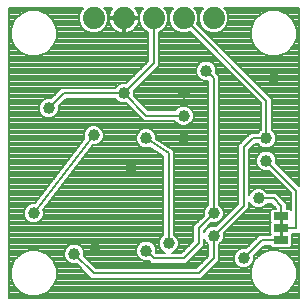
<source format=gbl>
G75*
%MOIN*%
%OFA0B0*%
%FSLAX25Y25*%
%IPPOS*%
%LPD*%
%AMOC8*
5,1,8,0,0,1.08239X$1,22.5*
%
%ADD10C,0.07400*%
%ADD11R,0.05000X0.02500*%
%ADD12C,0.01000*%
%ADD13C,0.03969*%
%ADD14C,0.00800*%
D10*
X0183333Y0140000D03*
X0193333Y0140000D03*
X0203333Y0140000D03*
X0213333Y0140000D03*
X0223333Y0140000D03*
D11*
X0245833Y0074000D03*
X0245833Y0070000D03*
X0245833Y0066000D03*
D12*
X0245833Y0070000D01*
X0245833Y0074000D01*
D13*
X0238333Y0080000D03*
X0223333Y0075000D03*
X0223333Y0067500D03*
X0208333Y0065000D03*
X0200833Y0062500D03*
X0183833Y0063500D03*
X0176833Y0061500D03*
X0163333Y0075000D03*
X0195833Y0090000D03*
X0200833Y0100000D03*
X0213333Y0100000D03*
X0213333Y0107500D03*
X0213333Y0115000D03*
X0220833Y0122500D03*
X0243333Y0120000D03*
X0193333Y0115000D03*
X0168333Y0110000D03*
X0183333Y0101000D03*
X0240833Y0100000D03*
X0240833Y0092500D03*
X0233333Y0060000D03*
D14*
X0154933Y0046600D02*
X0154933Y0143400D01*
X0179804Y0143400D01*
X0179179Y0142776D01*
X0178433Y0140975D01*
X0178433Y0139025D01*
X0179179Y0137224D01*
X0180558Y0135846D01*
X0182359Y0135100D01*
X0184308Y0135100D01*
X0186109Y0135846D01*
X0187487Y0137224D01*
X0188233Y0139025D01*
X0188233Y0140975D01*
X0187487Y0142776D01*
X0186863Y0143400D01*
X0189521Y0143400D01*
X0189443Y0143322D01*
X0188971Y0142673D01*
X0188607Y0141958D01*
X0188359Y0141194D01*
X0188233Y0140401D01*
X0188233Y0140400D01*
X0192933Y0140400D01*
X0192933Y0139600D01*
X0188233Y0139600D01*
X0188233Y0139599D01*
X0188359Y0138806D01*
X0188607Y0138042D01*
X0188971Y0137327D01*
X0189443Y0136678D01*
X0190011Y0136110D01*
X0190660Y0135638D01*
X0191376Y0135274D01*
X0192139Y0135026D01*
X0192932Y0134900D01*
X0192933Y0134900D01*
X0192933Y0139600D01*
X0193733Y0139600D01*
X0193733Y0134900D01*
X0193735Y0134900D01*
X0194528Y0135026D01*
X0195291Y0135274D01*
X0196006Y0135638D01*
X0196656Y0136110D01*
X0197223Y0136678D01*
X0197695Y0137327D01*
X0198060Y0138042D01*
X0198308Y0138806D01*
X0198433Y0139599D01*
X0198433Y0139600D01*
X0193733Y0139600D01*
X0193733Y0140400D01*
X0198433Y0140400D01*
X0198433Y0140401D01*
X0198308Y0141194D01*
X0198060Y0141958D01*
X0197695Y0142673D01*
X0197223Y0143322D01*
X0197146Y0143400D01*
X0199804Y0143400D01*
X0199179Y0142776D01*
X0198433Y0140975D01*
X0198433Y0139025D01*
X0199179Y0137224D01*
X0200558Y0135846D01*
X0201533Y0135442D01*
X0201533Y0125746D01*
X0194124Y0118336D01*
X0194006Y0118384D01*
X0192660Y0118384D01*
X0191416Y0117869D01*
X0190464Y0116917D01*
X0190416Y0116800D01*
X0172588Y0116800D01*
X0171533Y0115746D01*
X0169124Y0113336D01*
X0169006Y0113384D01*
X0167660Y0113384D01*
X0166416Y0112869D01*
X0165464Y0111917D01*
X0164949Y0110673D01*
X0164949Y0109327D01*
X0165464Y0108083D01*
X0166416Y0107131D01*
X0167660Y0106616D01*
X0169006Y0106616D01*
X0170250Y0107131D01*
X0171202Y0108083D01*
X0171718Y0109327D01*
X0171718Y0110673D01*
X0171669Y0110790D01*
X0174079Y0113200D01*
X0190416Y0113200D01*
X0190464Y0113083D01*
X0191416Y0112131D01*
X0192660Y0111616D01*
X0194006Y0111616D01*
X0194124Y0111664D01*
X0199033Y0106754D01*
X0200088Y0105700D01*
X0210416Y0105700D01*
X0210464Y0105583D01*
X0211416Y0104631D01*
X0212660Y0104116D01*
X0214006Y0104116D01*
X0215250Y0104631D01*
X0216202Y0105583D01*
X0216718Y0106827D01*
X0216718Y0108173D01*
X0216202Y0109417D01*
X0215250Y0110369D01*
X0214006Y0110884D01*
X0212660Y0110884D01*
X0211416Y0110369D01*
X0210464Y0109417D01*
X0210416Y0109300D01*
X0201579Y0109300D01*
X0196669Y0114210D01*
X0196718Y0114327D01*
X0196718Y0115673D01*
X0196669Y0115790D01*
X0204079Y0123200D01*
X0205133Y0124254D01*
X0205133Y0135442D01*
X0206109Y0135846D01*
X0207487Y0137224D01*
X0208233Y0139025D01*
X0208233Y0140975D01*
X0207487Y0142776D01*
X0206863Y0143400D01*
X0209804Y0143400D01*
X0209179Y0142776D01*
X0208433Y0140975D01*
X0208433Y0139025D01*
X0209179Y0137224D01*
X0210558Y0135846D01*
X0212359Y0135100D01*
X0214308Y0135100D01*
X0215284Y0135504D01*
X0239033Y0111754D01*
X0239033Y0102917D01*
X0238916Y0102869D01*
X0237964Y0101917D01*
X0237916Y0101800D01*
X0235619Y0101800D01*
X0234565Y0100746D01*
X0231533Y0097714D01*
X0231533Y0078246D01*
X0224124Y0070836D01*
X0224006Y0070884D01*
X0222660Y0070884D01*
X0221416Y0070369D01*
X0220464Y0069417D01*
X0220133Y0068618D01*
X0220133Y0069254D01*
X0222543Y0071664D01*
X0222660Y0071616D01*
X0224006Y0071616D01*
X0225250Y0072131D01*
X0226202Y0073083D01*
X0226718Y0074327D01*
X0226718Y0075673D01*
X0226202Y0076917D01*
X0225250Y0077869D01*
X0225133Y0077917D01*
X0225133Y0120746D01*
X0224169Y0121710D01*
X0224218Y0121827D01*
X0224218Y0123173D01*
X0223702Y0124417D01*
X0222750Y0125369D01*
X0221506Y0125884D01*
X0220160Y0125884D01*
X0218916Y0125369D01*
X0217964Y0124417D01*
X0217449Y0123173D01*
X0217449Y0121827D01*
X0217964Y0120583D01*
X0218916Y0119631D01*
X0220160Y0119116D01*
X0221506Y0119116D01*
X0221533Y0119127D01*
X0221533Y0077917D01*
X0221416Y0077869D01*
X0220464Y0076917D01*
X0219949Y0075673D01*
X0219949Y0074327D01*
X0219998Y0074210D01*
X0217588Y0071800D01*
X0216533Y0070746D01*
X0216533Y0065746D01*
X0212588Y0061800D01*
X0209451Y0061800D01*
X0210250Y0062131D01*
X0211202Y0063083D01*
X0211718Y0064327D01*
X0211718Y0065673D01*
X0211202Y0066917D01*
X0210250Y0067869D01*
X0210133Y0067917D01*
X0210133Y0094455D01*
X0210245Y0094622D01*
X0210133Y0095178D01*
X0210133Y0095746D01*
X0209991Y0095887D01*
X0209952Y0096084D01*
X0209480Y0096399D01*
X0209079Y0096800D01*
X0208878Y0096800D01*
X0204218Y0099907D01*
X0204218Y0100673D01*
X0203702Y0101917D01*
X0202750Y0102869D01*
X0201506Y0103384D01*
X0200160Y0103384D01*
X0198916Y0102869D01*
X0197964Y0101917D01*
X0197449Y0100673D01*
X0197449Y0099327D01*
X0197964Y0098083D01*
X0198916Y0097131D01*
X0200160Y0096616D01*
X0201506Y0096616D01*
X0202221Y0096912D01*
X0206533Y0094037D01*
X0206533Y0067917D01*
X0206416Y0067869D01*
X0205464Y0066917D01*
X0204949Y0065673D01*
X0204949Y0064327D01*
X0205464Y0063083D01*
X0206416Y0062131D01*
X0207215Y0061800D01*
X0204206Y0061800D01*
X0204218Y0061827D01*
X0204218Y0063173D01*
X0203702Y0064417D01*
X0202750Y0065369D01*
X0201506Y0065884D01*
X0200160Y0065884D01*
X0198916Y0065369D01*
X0197964Y0064417D01*
X0197449Y0063173D01*
X0197449Y0061827D01*
X0197964Y0060583D01*
X0198916Y0059631D01*
X0200160Y0059116D01*
X0201506Y0059116D01*
X0201624Y0059164D01*
X0202588Y0058200D01*
X0214079Y0058200D01*
X0215133Y0059254D01*
X0220133Y0064254D01*
X0220133Y0066382D01*
X0220464Y0065583D01*
X0221416Y0064631D01*
X0221533Y0064582D01*
X0221533Y0060746D01*
X0217588Y0056800D01*
X0184079Y0056800D01*
X0180169Y0060710D01*
X0180218Y0060827D01*
X0180218Y0062173D01*
X0179702Y0063417D01*
X0178750Y0064369D01*
X0177506Y0064884D01*
X0176160Y0064884D01*
X0174916Y0064369D01*
X0173964Y0063417D01*
X0173449Y0062173D01*
X0173449Y0060827D01*
X0173964Y0059583D01*
X0174916Y0058631D01*
X0176160Y0058116D01*
X0177506Y0058116D01*
X0177624Y0058164D01*
X0181533Y0054254D01*
X0182588Y0053200D01*
X0219079Y0053200D01*
X0225133Y0059254D01*
X0225133Y0064582D01*
X0225250Y0064631D01*
X0226202Y0065583D01*
X0226718Y0066827D01*
X0226718Y0068173D01*
X0226669Y0068290D01*
X0234079Y0075700D01*
X0235133Y0076754D01*
X0235133Y0078882D01*
X0235464Y0078083D01*
X0236416Y0077131D01*
X0237660Y0076616D01*
X0239006Y0076616D01*
X0240250Y0077131D01*
X0241202Y0078083D01*
X0241251Y0078200D01*
X0242588Y0078200D01*
X0244033Y0076754D01*
X0244033Y0076450D01*
X0242836Y0076450D01*
X0242133Y0075747D01*
X0242133Y0072253D01*
X0242386Y0072000D01*
X0242133Y0071747D01*
X0242133Y0068253D01*
X0242386Y0068000D01*
X0242186Y0067800D01*
X0238588Y0067800D01*
X0237533Y0066746D01*
X0234124Y0063336D01*
X0234006Y0063384D01*
X0232660Y0063384D01*
X0231416Y0062869D01*
X0230464Y0061917D01*
X0229949Y0060673D01*
X0229949Y0059327D01*
X0230464Y0058083D01*
X0231416Y0057131D01*
X0232660Y0056616D01*
X0234006Y0056616D01*
X0235250Y0057131D01*
X0236202Y0058083D01*
X0236718Y0059327D01*
X0236718Y0060673D01*
X0236669Y0060790D01*
X0240079Y0064200D01*
X0242186Y0064200D01*
X0242836Y0063550D01*
X0248830Y0063550D01*
X0249533Y0064253D01*
X0249533Y0067747D01*
X0249280Y0068000D01*
X0249480Y0068200D01*
X0251579Y0068200D01*
X0251733Y0068354D01*
X0251733Y0046600D01*
X0154933Y0046600D01*
X0154933Y0047396D02*
X0161571Y0047396D01*
X0161802Y0047300D02*
X0164865Y0047300D01*
X0167695Y0048472D01*
X0169861Y0050638D01*
X0171033Y0053468D01*
X0171033Y0056532D01*
X0169861Y0059362D01*
X0167695Y0061528D01*
X0164865Y0062700D01*
X0161802Y0062700D01*
X0158972Y0061528D01*
X0156806Y0059362D01*
X0155633Y0056532D01*
X0155633Y0053468D01*
X0156806Y0050638D01*
X0158972Y0048472D01*
X0161802Y0047300D01*
X0159643Y0048194D02*
X0154933Y0048194D01*
X0154933Y0048993D02*
X0158451Y0048993D01*
X0157653Y0049791D02*
X0154933Y0049791D01*
X0154933Y0050590D02*
X0156854Y0050590D01*
X0156495Y0051388D02*
X0154933Y0051388D01*
X0154933Y0052187D02*
X0156164Y0052187D01*
X0155833Y0052985D02*
X0154933Y0052985D01*
X0154933Y0053784D02*
X0155633Y0053784D01*
X0155633Y0054582D02*
X0154933Y0054582D01*
X0154933Y0055381D02*
X0155633Y0055381D01*
X0155633Y0056179D02*
X0154933Y0056179D01*
X0154933Y0056978D02*
X0155818Y0056978D01*
X0156149Y0057776D02*
X0154933Y0057776D01*
X0154933Y0058575D02*
X0156480Y0058575D01*
X0156817Y0059373D02*
X0154933Y0059373D01*
X0154933Y0060172D02*
X0157616Y0060172D01*
X0158414Y0060970D02*
X0154933Y0060970D01*
X0154933Y0061769D02*
X0159553Y0061769D01*
X0161481Y0062567D02*
X0154933Y0062567D01*
X0154933Y0063366D02*
X0173943Y0063366D01*
X0173612Y0062567D02*
X0165185Y0062567D01*
X0167113Y0061769D02*
X0173449Y0061769D01*
X0173449Y0060970D02*
X0168253Y0060970D01*
X0169051Y0060172D02*
X0173720Y0060172D01*
X0174174Y0059373D02*
X0169850Y0059373D01*
X0170187Y0058575D02*
X0175052Y0058575D01*
X0178012Y0057776D02*
X0170518Y0057776D01*
X0170849Y0056978D02*
X0178810Y0056978D01*
X0179609Y0056179D02*
X0171033Y0056179D01*
X0171033Y0055381D02*
X0180407Y0055381D01*
X0181206Y0054582D02*
X0171033Y0054582D01*
X0171033Y0053784D02*
X0182004Y0053784D01*
X0183333Y0055000D02*
X0218333Y0055000D01*
X0223333Y0060000D01*
X0223333Y0067500D01*
X0233333Y0077500D01*
X0233333Y0096969D01*
X0236365Y0100000D01*
X0240833Y0100000D01*
X0240833Y0112500D01*
X0213333Y0140000D01*
X0208433Y0140023D02*
X0208233Y0140023D01*
X0208233Y0140821D02*
X0208433Y0140821D01*
X0208701Y0141620D02*
X0207966Y0141620D01*
X0207635Y0142418D02*
X0209031Y0142418D01*
X0209621Y0143217D02*
X0207046Y0143217D01*
X0203333Y0140000D02*
X0203333Y0125000D01*
X0193333Y0115000D01*
X0200833Y0107500D01*
X0213333Y0107500D01*
X0216424Y0108881D02*
X0221533Y0108881D01*
X0221533Y0109679D02*
X0215940Y0109679D01*
X0214987Y0110478D02*
X0221533Y0110478D01*
X0221533Y0111276D02*
X0199602Y0111276D01*
X0198804Y0112075D02*
X0221533Y0112075D01*
X0221533Y0112873D02*
X0198005Y0112873D01*
X0197207Y0113672D02*
X0221533Y0113672D01*
X0221533Y0114470D02*
X0196718Y0114470D01*
X0196718Y0115269D02*
X0221533Y0115269D01*
X0221533Y0116068D02*
X0196946Y0116068D01*
X0197745Y0116866D02*
X0221533Y0116866D01*
X0221533Y0117665D02*
X0198543Y0117665D01*
X0199342Y0118463D02*
X0221533Y0118463D01*
X0219808Y0119262D02*
X0200140Y0119262D01*
X0200939Y0120060D02*
X0218487Y0120060D01*
X0217850Y0120859D02*
X0201737Y0120859D01*
X0202536Y0121657D02*
X0217519Y0121657D01*
X0217449Y0122456D02*
X0203335Y0122456D01*
X0204133Y0123254D02*
X0217483Y0123254D01*
X0217813Y0124053D02*
X0204932Y0124053D01*
X0205133Y0124851D02*
X0218398Y0124851D01*
X0219594Y0125650D02*
X0205133Y0125650D01*
X0205133Y0126448D02*
X0224340Y0126448D01*
X0225138Y0125650D02*
X0222073Y0125650D01*
X0223268Y0124851D02*
X0225937Y0124851D01*
X0226735Y0124053D02*
X0223853Y0124053D01*
X0224184Y0123254D02*
X0227534Y0123254D01*
X0228332Y0122456D02*
X0224218Y0122456D01*
X0224222Y0121657D02*
X0229131Y0121657D01*
X0229929Y0120859D02*
X0225020Y0120859D01*
X0225133Y0120060D02*
X0230728Y0120060D01*
X0231526Y0119262D02*
X0225133Y0119262D01*
X0225133Y0118463D02*
X0232325Y0118463D01*
X0233123Y0117665D02*
X0225133Y0117665D01*
X0225133Y0116866D02*
X0233922Y0116866D01*
X0234720Y0116068D02*
X0225133Y0116068D01*
X0225133Y0115269D02*
X0235519Y0115269D01*
X0236317Y0114470D02*
X0225133Y0114470D01*
X0225133Y0113672D02*
X0237116Y0113672D01*
X0237914Y0112873D02*
X0225133Y0112873D01*
X0225133Y0112075D02*
X0238713Y0112075D01*
X0239033Y0111276D02*
X0225133Y0111276D01*
X0225133Y0110478D02*
X0239033Y0110478D01*
X0239033Y0109679D02*
X0225133Y0109679D01*
X0225133Y0108881D02*
X0239033Y0108881D01*
X0239033Y0108082D02*
X0225133Y0108082D01*
X0225133Y0107284D02*
X0239033Y0107284D01*
X0239033Y0106485D02*
X0225133Y0106485D01*
X0225133Y0105687D02*
X0239033Y0105687D01*
X0239033Y0104888D02*
X0225133Y0104888D01*
X0225133Y0104090D02*
X0239033Y0104090D01*
X0239033Y0103291D02*
X0225133Y0103291D01*
X0225133Y0102493D02*
X0238540Y0102493D01*
X0235514Y0101694D02*
X0225133Y0101694D01*
X0225133Y0100896D02*
X0234715Y0100896D01*
X0233917Y0100097D02*
X0225133Y0100097D01*
X0225133Y0099299D02*
X0233118Y0099299D01*
X0232320Y0098500D02*
X0225133Y0098500D01*
X0225133Y0097702D02*
X0231533Y0097702D01*
X0231533Y0096903D02*
X0225133Y0096903D01*
X0225133Y0096105D02*
X0231533Y0096105D01*
X0231533Y0095306D02*
X0225133Y0095306D01*
X0225133Y0094508D02*
X0231533Y0094508D01*
X0231533Y0093709D02*
X0225133Y0093709D01*
X0225133Y0092911D02*
X0231533Y0092911D01*
X0231533Y0092112D02*
X0225133Y0092112D01*
X0225133Y0091314D02*
X0231533Y0091314D01*
X0231533Y0090515D02*
X0225133Y0090515D01*
X0225133Y0089717D02*
X0231533Y0089717D01*
X0231533Y0088918D02*
X0225133Y0088918D01*
X0225133Y0088120D02*
X0231533Y0088120D01*
X0231533Y0087321D02*
X0225133Y0087321D01*
X0225133Y0086523D02*
X0231533Y0086523D01*
X0231533Y0085724D02*
X0225133Y0085724D01*
X0225133Y0084926D02*
X0231533Y0084926D01*
X0231533Y0084127D02*
X0225133Y0084127D01*
X0225133Y0083329D02*
X0231533Y0083329D01*
X0231533Y0082530D02*
X0225133Y0082530D01*
X0225133Y0081732D02*
X0231533Y0081732D01*
X0231533Y0080933D02*
X0225133Y0080933D01*
X0225133Y0080134D02*
X0231533Y0080134D01*
X0231533Y0079336D02*
X0225133Y0079336D01*
X0225133Y0078537D02*
X0231533Y0078537D01*
X0231027Y0077739D02*
X0225380Y0077739D01*
X0226179Y0076940D02*
X0230228Y0076940D01*
X0229430Y0076142D02*
X0226523Y0076142D01*
X0226718Y0075343D02*
X0228631Y0075343D01*
X0227833Y0074545D02*
X0226718Y0074545D01*
X0226477Y0073746D02*
X0227034Y0073746D01*
X0226236Y0072948D02*
X0226067Y0072948D01*
X0225437Y0072149D02*
X0225269Y0072149D01*
X0224639Y0071351D02*
X0222230Y0071351D01*
X0221859Y0070552D02*
X0221431Y0070552D01*
X0220801Y0069754D02*
X0220633Y0069754D01*
X0220273Y0068955D02*
X0220133Y0068955D01*
X0218333Y0070000D02*
X0218333Y0065000D01*
X0213333Y0060000D01*
X0203333Y0060000D01*
X0200833Y0062500D01*
X0197449Y0062567D02*
X0180054Y0062567D01*
X0180218Y0061769D02*
X0197473Y0061769D01*
X0197804Y0060970D02*
X0180218Y0060970D01*
X0180707Y0060172D02*
X0198376Y0060172D01*
X0199539Y0059373D02*
X0181506Y0059373D01*
X0182304Y0058575D02*
X0202213Y0058575D01*
X0204218Y0062567D02*
X0205980Y0062567D01*
X0205347Y0063366D02*
X0204138Y0063366D01*
X0203807Y0064164D02*
X0205016Y0064164D01*
X0204949Y0064963D02*
X0203157Y0064963D01*
X0201803Y0065761D02*
X0204986Y0065761D01*
X0205316Y0066560D02*
X0154933Y0066560D01*
X0154933Y0067358D02*
X0205906Y0067358D01*
X0206533Y0068157D02*
X0154933Y0068157D01*
X0154933Y0068955D02*
X0206533Y0068955D01*
X0206533Y0069754D02*
X0154933Y0069754D01*
X0154933Y0070552D02*
X0206533Y0070552D01*
X0206533Y0071351D02*
X0154933Y0071351D01*
X0154933Y0072149D02*
X0161398Y0072149D01*
X0161416Y0072131D02*
X0162660Y0071616D01*
X0164006Y0071616D01*
X0165250Y0072131D01*
X0166202Y0073083D01*
X0166718Y0074327D01*
X0166718Y0075673D01*
X0166509Y0076176D01*
X0183001Y0097616D01*
X0184006Y0097616D01*
X0185250Y0098131D01*
X0186202Y0099083D01*
X0186718Y0100327D01*
X0186718Y0101673D01*
X0186202Y0102917D01*
X0185250Y0103869D01*
X0184006Y0104384D01*
X0182660Y0104384D01*
X0181416Y0103869D01*
X0180464Y0102917D01*
X0179949Y0101673D01*
X0179949Y0100327D01*
X0180158Y0099824D01*
X0163666Y0078384D01*
X0162660Y0078384D01*
X0161416Y0077869D01*
X0160464Y0076917D01*
X0159949Y0075673D01*
X0159949Y0074327D01*
X0160464Y0073083D01*
X0161416Y0072131D01*
X0160599Y0072948D02*
X0154933Y0072948D01*
X0154933Y0073746D02*
X0160189Y0073746D01*
X0159949Y0074545D02*
X0154933Y0074545D01*
X0154933Y0075343D02*
X0159949Y0075343D01*
X0160143Y0076142D02*
X0154933Y0076142D01*
X0154933Y0076940D02*
X0160488Y0076940D01*
X0161286Y0077739D02*
X0154933Y0077739D01*
X0154933Y0078537D02*
X0163784Y0078537D01*
X0164398Y0079336D02*
X0154933Y0079336D01*
X0154933Y0080134D02*
X0165012Y0080134D01*
X0165626Y0080933D02*
X0154933Y0080933D01*
X0154933Y0081732D02*
X0166241Y0081732D01*
X0166855Y0082530D02*
X0154933Y0082530D01*
X0154933Y0083329D02*
X0167469Y0083329D01*
X0168083Y0084127D02*
X0154933Y0084127D01*
X0154933Y0084926D02*
X0168697Y0084926D01*
X0169312Y0085724D02*
X0154933Y0085724D01*
X0154933Y0086523D02*
X0169926Y0086523D01*
X0170540Y0087321D02*
X0154933Y0087321D01*
X0154933Y0088120D02*
X0171154Y0088120D01*
X0171769Y0088918D02*
X0154933Y0088918D01*
X0154933Y0089717D02*
X0172383Y0089717D01*
X0172997Y0090515D02*
X0154933Y0090515D01*
X0154933Y0091314D02*
X0173611Y0091314D01*
X0174226Y0092112D02*
X0154933Y0092112D01*
X0154933Y0092911D02*
X0174840Y0092911D01*
X0175454Y0093709D02*
X0154933Y0093709D01*
X0154933Y0094508D02*
X0176068Y0094508D01*
X0176683Y0095306D02*
X0154933Y0095306D01*
X0154933Y0096105D02*
X0177297Y0096105D01*
X0177911Y0096903D02*
X0154933Y0096903D01*
X0154933Y0097702D02*
X0178525Y0097702D01*
X0179140Y0098500D02*
X0154933Y0098500D01*
X0154933Y0099299D02*
X0179754Y0099299D01*
X0180044Y0100097D02*
X0154933Y0100097D01*
X0154933Y0100896D02*
X0179949Y0100896D01*
X0179958Y0101694D02*
X0154933Y0101694D01*
X0154933Y0102493D02*
X0180289Y0102493D01*
X0180839Y0103291D02*
X0154933Y0103291D01*
X0154933Y0104090D02*
X0181949Y0104090D01*
X0184717Y0104090D02*
X0221533Y0104090D01*
X0221533Y0104888D02*
X0215508Y0104888D01*
X0216245Y0105687D02*
X0221533Y0105687D01*
X0221533Y0106485D02*
X0216576Y0106485D01*
X0216718Y0107284D02*
X0221533Y0107284D01*
X0221533Y0108082D02*
X0216718Y0108082D01*
X0211679Y0110478D02*
X0200401Y0110478D01*
X0201199Y0109679D02*
X0210727Y0109679D01*
X0210421Y0105687D02*
X0154933Y0105687D01*
X0154933Y0106485D02*
X0199302Y0106485D01*
X0198504Y0107284D02*
X0170403Y0107284D01*
X0171202Y0108082D02*
X0197705Y0108082D01*
X0196907Y0108881D02*
X0171533Y0108881D01*
X0171718Y0109679D02*
X0196108Y0109679D01*
X0195310Y0110478D02*
X0171718Y0110478D01*
X0172155Y0111276D02*
X0194511Y0111276D01*
X0191552Y0112075D02*
X0172954Y0112075D01*
X0173752Y0112873D02*
X0190674Y0112873D01*
X0193333Y0115000D02*
X0173333Y0115000D01*
X0168333Y0110000D01*
X0165199Y0111276D02*
X0154933Y0111276D01*
X0154933Y0110478D02*
X0164949Y0110478D01*
X0164949Y0109679D02*
X0154933Y0109679D01*
X0154933Y0108881D02*
X0165134Y0108881D01*
X0165465Y0108082D02*
X0154933Y0108082D01*
X0154933Y0107284D02*
X0166263Y0107284D01*
X0154933Y0104888D02*
X0211159Y0104888D01*
X0203795Y0101694D02*
X0221533Y0101694D01*
X0221533Y0100896D02*
X0204125Y0100896D01*
X0204218Y0100097D02*
X0221533Y0100097D01*
X0221533Y0099299D02*
X0205130Y0099299D01*
X0206328Y0098500D02*
X0221533Y0098500D01*
X0221533Y0097702D02*
X0207526Y0097702D01*
X0208723Y0096903D02*
X0221533Y0096903D01*
X0221533Y0096105D02*
X0209921Y0096105D01*
X0210133Y0095306D02*
X0221533Y0095306D01*
X0221533Y0094508D02*
X0210168Y0094508D01*
X0210133Y0093709D02*
X0221533Y0093709D01*
X0221533Y0092911D02*
X0210133Y0092911D01*
X0210133Y0092112D02*
X0221533Y0092112D01*
X0221533Y0091314D02*
X0210133Y0091314D01*
X0210133Y0090515D02*
X0221533Y0090515D01*
X0221533Y0089717D02*
X0210133Y0089717D01*
X0210133Y0088918D02*
X0221533Y0088918D01*
X0221533Y0088120D02*
X0210133Y0088120D01*
X0210133Y0087321D02*
X0221533Y0087321D01*
X0221533Y0086523D02*
X0210133Y0086523D01*
X0210133Y0085724D02*
X0221533Y0085724D01*
X0221533Y0084926D02*
X0210133Y0084926D01*
X0210133Y0084127D02*
X0221533Y0084127D01*
X0221533Y0083329D02*
X0210133Y0083329D01*
X0210133Y0082530D02*
X0221533Y0082530D01*
X0221533Y0081732D02*
X0210133Y0081732D01*
X0210133Y0080933D02*
X0221533Y0080933D01*
X0221533Y0080134D02*
X0210133Y0080134D01*
X0210133Y0079336D02*
X0221533Y0079336D01*
X0221533Y0078537D02*
X0210133Y0078537D01*
X0210133Y0077739D02*
X0221286Y0077739D01*
X0220488Y0076940D02*
X0210133Y0076940D01*
X0210133Y0076142D02*
X0220143Y0076142D01*
X0219949Y0075343D02*
X0210133Y0075343D01*
X0210133Y0074545D02*
X0219949Y0074545D01*
X0219534Y0073746D02*
X0210133Y0073746D01*
X0210133Y0072948D02*
X0218736Y0072948D01*
X0217937Y0072149D02*
X0210133Y0072149D01*
X0210133Y0071351D02*
X0217139Y0071351D01*
X0216533Y0070552D02*
X0210133Y0070552D01*
X0210133Y0069754D02*
X0216533Y0069754D01*
X0216533Y0068955D02*
X0210133Y0068955D01*
X0210133Y0068157D02*
X0216533Y0068157D01*
X0216533Y0067358D02*
X0210761Y0067358D01*
X0211350Y0066560D02*
X0216533Y0066560D01*
X0216533Y0065761D02*
X0211681Y0065761D01*
X0211718Y0064963D02*
X0215751Y0064963D01*
X0214952Y0064164D02*
X0211650Y0064164D01*
X0211319Y0063366D02*
X0214154Y0063366D01*
X0213355Y0062567D02*
X0210687Y0062567D01*
X0216051Y0060172D02*
X0220959Y0060172D01*
X0221533Y0060970D02*
X0216849Y0060970D01*
X0217648Y0061769D02*
X0221533Y0061769D01*
X0221533Y0062567D02*
X0218446Y0062567D01*
X0219245Y0063366D02*
X0221533Y0063366D01*
X0221533Y0064164D02*
X0220043Y0064164D01*
X0220133Y0064963D02*
X0221084Y0064963D01*
X0220390Y0065761D02*
X0220133Y0065761D01*
X0225133Y0064164D02*
X0234952Y0064164D01*
X0234154Y0063366D02*
X0234051Y0063366D01*
X0232616Y0063366D02*
X0225133Y0063366D01*
X0225133Y0062567D02*
X0231115Y0062567D01*
X0230403Y0061769D02*
X0225133Y0061769D01*
X0225133Y0060970D02*
X0230072Y0060970D01*
X0229949Y0060172D02*
X0225133Y0060172D01*
X0225133Y0059373D02*
X0229949Y0059373D01*
X0230261Y0058575D02*
X0224454Y0058575D01*
X0223655Y0057776D02*
X0230771Y0057776D01*
X0231786Y0056978D02*
X0222857Y0056978D01*
X0222058Y0056179D02*
X0235633Y0056179D01*
X0235633Y0056532D02*
X0235633Y0053468D01*
X0236806Y0050638D01*
X0238972Y0048472D01*
X0241802Y0047300D01*
X0244865Y0047300D01*
X0247695Y0048472D01*
X0249861Y0050638D01*
X0251033Y0053468D01*
X0251033Y0056532D01*
X0249861Y0059362D01*
X0247695Y0061528D01*
X0244865Y0062700D01*
X0241802Y0062700D01*
X0238972Y0061528D01*
X0236806Y0059362D01*
X0235633Y0056532D01*
X0235818Y0056978D02*
X0234880Y0056978D01*
X0235896Y0057776D02*
X0236149Y0057776D01*
X0236406Y0058575D02*
X0236480Y0058575D01*
X0236718Y0059373D02*
X0236817Y0059373D01*
X0236718Y0060172D02*
X0237616Y0060172D01*
X0236849Y0060970D02*
X0238414Y0060970D01*
X0237648Y0061769D02*
X0239553Y0061769D01*
X0238446Y0062567D02*
X0241481Y0062567D01*
X0242222Y0064164D02*
X0240043Y0064164D01*
X0239245Y0063366D02*
X0251733Y0063366D01*
X0251733Y0064164D02*
X0249445Y0064164D01*
X0249533Y0064963D02*
X0251733Y0064963D01*
X0251733Y0065761D02*
X0249533Y0065761D01*
X0249533Y0066560D02*
X0251733Y0066560D01*
X0251733Y0067358D02*
X0249533Y0067358D01*
X0249437Y0068157D02*
X0251733Y0068157D01*
X0250833Y0070000D02*
X0245833Y0070000D01*
X0242133Y0069754D02*
X0228133Y0069754D01*
X0228931Y0070552D02*
X0242133Y0070552D01*
X0242133Y0071351D02*
X0229730Y0071351D01*
X0230528Y0072149D02*
X0242237Y0072149D01*
X0242133Y0072948D02*
X0231327Y0072948D01*
X0232125Y0073746D02*
X0242133Y0073746D01*
X0242133Y0074545D02*
X0232924Y0074545D01*
X0233722Y0075343D02*
X0242133Y0075343D01*
X0242528Y0076142D02*
X0234521Y0076142D01*
X0235133Y0076940D02*
X0236876Y0076940D01*
X0235808Y0077739D02*
X0235133Y0077739D01*
X0235133Y0078537D02*
X0235276Y0078537D01*
X0238333Y0080000D02*
X0243333Y0080000D01*
X0245833Y0077500D01*
X0245833Y0074000D01*
X0247633Y0076450D02*
X0247633Y0078246D01*
X0246579Y0079300D01*
X0244079Y0081800D01*
X0241251Y0081800D01*
X0241202Y0081917D01*
X0240250Y0082869D01*
X0239006Y0083384D01*
X0237660Y0083384D01*
X0236416Y0082869D01*
X0235464Y0081917D01*
X0235133Y0081118D01*
X0235133Y0096223D01*
X0237110Y0098200D01*
X0237916Y0098200D01*
X0237964Y0098083D01*
X0238916Y0097131D01*
X0240160Y0096616D01*
X0241506Y0096616D01*
X0242750Y0097131D01*
X0243702Y0098083D01*
X0244218Y0099327D01*
X0244218Y0100673D01*
X0243702Y0101917D01*
X0242750Y0102869D01*
X0242633Y0102917D01*
X0242633Y0113246D01*
X0241579Y0114300D01*
X0217829Y0138050D01*
X0218233Y0139025D01*
X0218233Y0140975D01*
X0217487Y0142776D01*
X0216863Y0143400D01*
X0219804Y0143400D01*
X0219179Y0142776D01*
X0218433Y0140975D01*
X0218433Y0139025D01*
X0219179Y0137224D01*
X0220558Y0135846D01*
X0222359Y0135100D01*
X0224308Y0135100D01*
X0226109Y0135846D01*
X0227487Y0137224D01*
X0228233Y0139025D01*
X0228233Y0140975D01*
X0227487Y0142776D01*
X0226863Y0143400D01*
X0251733Y0143400D01*
X0251733Y0084146D01*
X0251579Y0084300D01*
X0244169Y0091710D01*
X0244218Y0091827D01*
X0244218Y0093173D01*
X0243702Y0094417D01*
X0242750Y0095369D01*
X0241506Y0095884D01*
X0240160Y0095884D01*
X0238916Y0095369D01*
X0237964Y0094417D01*
X0237449Y0093173D01*
X0237449Y0091827D01*
X0237964Y0090583D01*
X0238916Y0089631D01*
X0240160Y0089116D01*
X0241506Y0089116D01*
X0241624Y0089164D01*
X0249033Y0081754D01*
X0249033Y0076247D01*
X0248830Y0076450D01*
X0247633Y0076450D01*
X0247633Y0076940D02*
X0249033Y0076940D01*
X0249033Y0077739D02*
X0247633Y0077739D01*
X0247341Y0078537D02*
X0249033Y0078537D01*
X0249033Y0079336D02*
X0246543Y0079336D01*
X0245744Y0080134D02*
X0249033Y0080134D01*
X0249033Y0080933D02*
X0244946Y0080933D01*
X0244147Y0081732D02*
X0249033Y0081732D01*
X0248258Y0082530D02*
X0240589Y0082530D01*
X0239141Y0083329D02*
X0247459Y0083329D01*
X0246661Y0084127D02*
X0235133Y0084127D01*
X0235133Y0083329D02*
X0237526Y0083329D01*
X0236077Y0082530D02*
X0235133Y0082530D01*
X0235133Y0081732D02*
X0235387Y0081732D01*
X0235133Y0084926D02*
X0245862Y0084926D01*
X0245064Y0085724D02*
X0235133Y0085724D01*
X0235133Y0086523D02*
X0244265Y0086523D01*
X0243467Y0087321D02*
X0235133Y0087321D01*
X0235133Y0088120D02*
X0242668Y0088120D01*
X0241870Y0088918D02*
X0235133Y0088918D01*
X0235133Y0089717D02*
X0238831Y0089717D01*
X0238032Y0090515D02*
X0235133Y0090515D01*
X0235133Y0091314D02*
X0237662Y0091314D01*
X0237449Y0092112D02*
X0235133Y0092112D01*
X0235133Y0092911D02*
X0237449Y0092911D01*
X0237671Y0093709D02*
X0235133Y0093709D01*
X0235133Y0094508D02*
X0238055Y0094508D01*
X0238853Y0095306D02*
X0235133Y0095306D01*
X0235133Y0096105D02*
X0251733Y0096105D01*
X0251733Y0096903D02*
X0242201Y0096903D01*
X0243321Y0097702D02*
X0251733Y0097702D01*
X0251733Y0098500D02*
X0243875Y0098500D01*
X0244206Y0099299D02*
X0251733Y0099299D01*
X0251733Y0100097D02*
X0244218Y0100097D01*
X0244125Y0100896D02*
X0251733Y0100896D01*
X0251733Y0101694D02*
X0243795Y0101694D01*
X0243127Y0102493D02*
X0251733Y0102493D01*
X0251733Y0103291D02*
X0242633Y0103291D01*
X0242633Y0104090D02*
X0251733Y0104090D01*
X0251733Y0104888D02*
X0242633Y0104888D01*
X0242633Y0105687D02*
X0251733Y0105687D01*
X0251733Y0106485D02*
X0242633Y0106485D01*
X0242633Y0107284D02*
X0251733Y0107284D01*
X0251733Y0108082D02*
X0242633Y0108082D01*
X0242633Y0108881D02*
X0251733Y0108881D01*
X0251733Y0109679D02*
X0242633Y0109679D01*
X0242633Y0110478D02*
X0251733Y0110478D01*
X0251733Y0111276D02*
X0242633Y0111276D01*
X0242633Y0112075D02*
X0251733Y0112075D01*
X0251733Y0112873D02*
X0242633Y0112873D01*
X0242207Y0113672D02*
X0251733Y0113672D01*
X0251733Y0114470D02*
X0241408Y0114470D01*
X0240610Y0115269D02*
X0251733Y0115269D01*
X0251733Y0116068D02*
X0239811Y0116068D01*
X0239013Y0116866D02*
X0251733Y0116866D01*
X0251733Y0117665D02*
X0238214Y0117665D01*
X0237416Y0118463D02*
X0251733Y0118463D01*
X0251733Y0119262D02*
X0236617Y0119262D01*
X0235819Y0120060D02*
X0251733Y0120060D01*
X0251733Y0120859D02*
X0235020Y0120859D01*
X0234222Y0121657D02*
X0251733Y0121657D01*
X0251733Y0122456D02*
X0233423Y0122456D01*
X0232625Y0123254D02*
X0251733Y0123254D01*
X0251733Y0124053D02*
X0231826Y0124053D01*
X0231028Y0124851D02*
X0251733Y0124851D01*
X0251733Y0125650D02*
X0230229Y0125650D01*
X0229431Y0126448D02*
X0251733Y0126448D01*
X0251733Y0127247D02*
X0228632Y0127247D01*
X0227834Y0128045D02*
X0240003Y0128045D01*
X0238972Y0128472D02*
X0241802Y0127300D01*
X0244865Y0127300D01*
X0247695Y0128472D01*
X0249861Y0130638D01*
X0251033Y0133468D01*
X0251033Y0136532D01*
X0249861Y0139362D01*
X0247695Y0141528D01*
X0244865Y0142700D01*
X0241802Y0142700D01*
X0238972Y0141528D01*
X0236806Y0139362D01*
X0235633Y0136532D01*
X0235633Y0133468D01*
X0236806Y0130638D01*
X0238972Y0128472D01*
X0238600Y0128844D02*
X0227035Y0128844D01*
X0226237Y0129642D02*
X0237802Y0129642D01*
X0237003Y0130441D02*
X0225438Y0130441D01*
X0224640Y0131239D02*
X0236557Y0131239D01*
X0236226Y0132038D02*
X0223841Y0132038D01*
X0223043Y0132836D02*
X0235895Y0132836D01*
X0235633Y0133635D02*
X0222244Y0133635D01*
X0221446Y0134433D02*
X0235633Y0134433D01*
X0235633Y0135232D02*
X0224626Y0135232D01*
X0226293Y0136030D02*
X0235633Y0136030D01*
X0235756Y0136829D02*
X0227092Y0136829D01*
X0227654Y0137627D02*
X0236087Y0137627D01*
X0236418Y0138426D02*
X0227985Y0138426D01*
X0228233Y0139224D02*
X0236749Y0139224D01*
X0237467Y0140023D02*
X0228233Y0140023D01*
X0228233Y0140821D02*
X0238265Y0140821D01*
X0239194Y0141620D02*
X0227966Y0141620D01*
X0227635Y0142418D02*
X0241122Y0142418D01*
X0245545Y0142418D02*
X0251733Y0142418D01*
X0251733Y0141620D02*
X0247473Y0141620D01*
X0248401Y0140821D02*
X0251733Y0140821D01*
X0251733Y0140023D02*
X0249200Y0140023D01*
X0249918Y0139224D02*
X0251733Y0139224D01*
X0251733Y0138426D02*
X0250249Y0138426D01*
X0250579Y0137627D02*
X0251733Y0137627D01*
X0251733Y0136829D02*
X0250910Y0136829D01*
X0251033Y0136030D02*
X0251733Y0136030D01*
X0251733Y0135232D02*
X0251033Y0135232D01*
X0251033Y0134433D02*
X0251733Y0134433D01*
X0251733Y0133635D02*
X0251033Y0133635D01*
X0250771Y0132836D02*
X0251733Y0132836D01*
X0251733Y0132038D02*
X0250441Y0132038D01*
X0250110Y0131239D02*
X0251733Y0131239D01*
X0251733Y0130441D02*
X0249663Y0130441D01*
X0248865Y0129642D02*
X0251733Y0129642D01*
X0251733Y0128844D02*
X0248066Y0128844D01*
X0246664Y0128045D02*
X0251733Y0128045D01*
X0223541Y0127247D02*
X0205133Y0127247D01*
X0205133Y0128045D02*
X0222743Y0128045D01*
X0221944Y0128844D02*
X0205133Y0128844D01*
X0205133Y0129642D02*
X0221146Y0129642D01*
X0220347Y0130441D02*
X0205133Y0130441D01*
X0205133Y0131239D02*
X0219549Y0131239D01*
X0218750Y0132038D02*
X0205133Y0132038D01*
X0205133Y0132836D02*
X0217951Y0132836D01*
X0217153Y0133635D02*
X0205133Y0133635D01*
X0205133Y0134433D02*
X0216354Y0134433D01*
X0215556Y0135232D02*
X0214626Y0135232D01*
X0212041Y0135232D02*
X0205133Y0135232D01*
X0206293Y0136030D02*
X0210373Y0136030D01*
X0209575Y0136829D02*
X0207092Y0136829D01*
X0207654Y0137627D02*
X0209012Y0137627D01*
X0208682Y0138426D02*
X0207985Y0138426D01*
X0208233Y0139224D02*
X0208433Y0139224D01*
X0201533Y0135232D02*
X0195162Y0135232D01*
X0193733Y0135232D02*
X0192933Y0135232D01*
X0192933Y0136030D02*
X0193733Y0136030D01*
X0193733Y0136829D02*
X0192933Y0136829D01*
X0192933Y0137627D02*
X0193733Y0137627D01*
X0193733Y0138426D02*
X0192933Y0138426D01*
X0192933Y0139224D02*
X0193733Y0139224D01*
X0193733Y0140023D02*
X0198433Y0140023D01*
X0198433Y0140821D02*
X0198367Y0140821D01*
X0198169Y0141620D02*
X0198701Y0141620D01*
X0199031Y0142418D02*
X0197825Y0142418D01*
X0197300Y0143217D02*
X0199621Y0143217D01*
X0192933Y0140023D02*
X0188233Y0140023D01*
X0188233Y0140821D02*
X0188300Y0140821D01*
X0188497Y0141620D02*
X0187966Y0141620D01*
X0187635Y0142418D02*
X0188842Y0142418D01*
X0189367Y0143217D02*
X0187046Y0143217D01*
X0179621Y0143217D02*
X0154933Y0143217D01*
X0154933Y0142418D02*
X0161122Y0142418D01*
X0161802Y0142700D02*
X0158972Y0141528D01*
X0156806Y0139362D01*
X0155633Y0136532D01*
X0155633Y0133468D01*
X0156806Y0130638D01*
X0158972Y0128472D01*
X0161802Y0127300D01*
X0164865Y0127300D01*
X0167695Y0128472D01*
X0169861Y0130638D01*
X0171033Y0133468D01*
X0171033Y0136532D01*
X0169861Y0139362D01*
X0167695Y0141528D01*
X0164865Y0142700D01*
X0161802Y0142700D01*
X0159194Y0141620D02*
X0154933Y0141620D01*
X0154933Y0140821D02*
X0158265Y0140821D01*
X0157467Y0140023D02*
X0154933Y0140023D01*
X0154933Y0139224D02*
X0156749Y0139224D01*
X0156418Y0138426D02*
X0154933Y0138426D01*
X0154933Y0137627D02*
X0156087Y0137627D01*
X0155756Y0136829D02*
X0154933Y0136829D01*
X0154933Y0136030D02*
X0155633Y0136030D01*
X0155633Y0135232D02*
X0154933Y0135232D01*
X0154933Y0134433D02*
X0155633Y0134433D01*
X0155633Y0133635D02*
X0154933Y0133635D01*
X0154933Y0132836D02*
X0155895Y0132836D01*
X0156226Y0132038D02*
X0154933Y0132038D01*
X0154933Y0131239D02*
X0156557Y0131239D01*
X0157003Y0130441D02*
X0154933Y0130441D01*
X0154933Y0129642D02*
X0157802Y0129642D01*
X0158600Y0128844D02*
X0154933Y0128844D01*
X0154933Y0128045D02*
X0160003Y0128045D01*
X0154933Y0127247D02*
X0201533Y0127247D01*
X0201533Y0128045D02*
X0166664Y0128045D01*
X0168066Y0128844D02*
X0201533Y0128844D01*
X0201533Y0129642D02*
X0168865Y0129642D01*
X0169663Y0130441D02*
X0201533Y0130441D01*
X0201533Y0131239D02*
X0170110Y0131239D01*
X0170441Y0132038D02*
X0201533Y0132038D01*
X0201533Y0132836D02*
X0170771Y0132836D01*
X0171033Y0133635D02*
X0201533Y0133635D01*
X0201533Y0134433D02*
X0171033Y0134433D01*
X0171033Y0135232D02*
X0182041Y0135232D01*
X0180373Y0136030D02*
X0171033Y0136030D01*
X0170910Y0136829D02*
X0179575Y0136829D01*
X0179012Y0137627D02*
X0170579Y0137627D01*
X0170249Y0138426D02*
X0178682Y0138426D01*
X0178433Y0139224D02*
X0169918Y0139224D01*
X0169200Y0140023D02*
X0178433Y0140023D01*
X0178433Y0140821D02*
X0168401Y0140821D01*
X0167473Y0141620D02*
X0178701Y0141620D01*
X0179031Y0142418D02*
X0165545Y0142418D01*
X0184626Y0135232D02*
X0191504Y0135232D01*
X0190121Y0136030D02*
X0186293Y0136030D01*
X0187092Y0136829D02*
X0189333Y0136829D01*
X0188818Y0137627D02*
X0187654Y0137627D01*
X0187985Y0138426D02*
X0188482Y0138426D01*
X0188293Y0139224D02*
X0188233Y0139224D01*
X0196546Y0136030D02*
X0200373Y0136030D01*
X0199575Y0136829D02*
X0197333Y0136829D01*
X0197848Y0137627D02*
X0199012Y0137627D01*
X0198682Y0138426D02*
X0198184Y0138426D01*
X0198374Y0139224D02*
X0198433Y0139224D01*
X0217046Y0143217D02*
X0219621Y0143217D01*
X0219031Y0142418D02*
X0217635Y0142418D01*
X0217966Y0141620D02*
X0218701Y0141620D01*
X0218433Y0140821D02*
X0218233Y0140821D01*
X0218233Y0140023D02*
X0218433Y0140023D01*
X0218433Y0139224D02*
X0218233Y0139224D01*
X0217985Y0138426D02*
X0218682Y0138426D01*
X0219012Y0137627D02*
X0218252Y0137627D01*
X0219050Y0136829D02*
X0219575Y0136829D01*
X0219849Y0136030D02*
X0220373Y0136030D01*
X0220647Y0135232D02*
X0222041Y0135232D01*
X0227046Y0143217D02*
X0251733Y0143217D01*
X0201533Y0126448D02*
X0154933Y0126448D01*
X0154933Y0125650D02*
X0201437Y0125650D01*
X0200639Y0124851D02*
X0154933Y0124851D01*
X0154933Y0124053D02*
X0199840Y0124053D01*
X0199042Y0123254D02*
X0154933Y0123254D01*
X0154933Y0122456D02*
X0198243Y0122456D01*
X0197445Y0121657D02*
X0154933Y0121657D01*
X0154933Y0120859D02*
X0196646Y0120859D01*
X0195848Y0120060D02*
X0154933Y0120060D01*
X0154933Y0119262D02*
X0195049Y0119262D01*
X0194251Y0118463D02*
X0154933Y0118463D01*
X0154933Y0117665D02*
X0191212Y0117665D01*
X0190443Y0116866D02*
X0154933Y0116866D01*
X0154933Y0116068D02*
X0171855Y0116068D01*
X0171057Y0115269D02*
X0154933Y0115269D01*
X0154933Y0114470D02*
X0170258Y0114470D01*
X0169460Y0113672D02*
X0154933Y0113672D01*
X0154933Y0112873D02*
X0166427Y0112873D01*
X0165622Y0112075D02*
X0154933Y0112075D01*
X0183333Y0101000D02*
X0163333Y0075000D01*
X0166477Y0073746D02*
X0206533Y0073746D01*
X0206533Y0072948D02*
X0166067Y0072948D01*
X0165269Y0072149D02*
X0206533Y0072149D01*
X0206533Y0074545D02*
X0166718Y0074545D01*
X0166718Y0075343D02*
X0206533Y0075343D01*
X0206533Y0076142D02*
X0166523Y0076142D01*
X0167097Y0076940D02*
X0206533Y0076940D01*
X0206533Y0077739D02*
X0167711Y0077739D01*
X0168325Y0078537D02*
X0206533Y0078537D01*
X0206533Y0079336D02*
X0168940Y0079336D01*
X0169554Y0080134D02*
X0206533Y0080134D01*
X0206533Y0080933D02*
X0170168Y0080933D01*
X0170782Y0081732D02*
X0206533Y0081732D01*
X0206533Y0082530D02*
X0171397Y0082530D01*
X0172011Y0083329D02*
X0206533Y0083329D01*
X0206533Y0084127D02*
X0172625Y0084127D01*
X0173239Y0084926D02*
X0206533Y0084926D01*
X0206533Y0085724D02*
X0173854Y0085724D01*
X0174468Y0086523D02*
X0206533Y0086523D01*
X0206533Y0087321D02*
X0175082Y0087321D01*
X0175696Y0088120D02*
X0206533Y0088120D01*
X0206533Y0088918D02*
X0176310Y0088918D01*
X0176925Y0089717D02*
X0206533Y0089717D01*
X0206533Y0090515D02*
X0177539Y0090515D01*
X0178153Y0091314D02*
X0206533Y0091314D01*
X0206533Y0092112D02*
X0178767Y0092112D01*
X0179382Y0092911D02*
X0206533Y0092911D01*
X0206533Y0093709D02*
X0179996Y0093709D01*
X0180610Y0094508D02*
X0205827Y0094508D01*
X0204629Y0095306D02*
X0181224Y0095306D01*
X0181839Y0096105D02*
X0203431Y0096105D01*
X0202233Y0096903D02*
X0202201Y0096903D01*
X0199466Y0096903D02*
X0182453Y0096903D01*
X0184214Y0097702D02*
X0198346Y0097702D01*
X0197791Y0098500D02*
X0185620Y0098500D01*
X0186292Y0099299D02*
X0197461Y0099299D01*
X0197449Y0100097D02*
X0186622Y0100097D01*
X0186718Y0100896D02*
X0197541Y0100896D01*
X0197872Y0101694D02*
X0186709Y0101694D01*
X0186378Y0102493D02*
X0198540Y0102493D01*
X0199936Y0103291D02*
X0185828Y0103291D01*
X0200833Y0100000D02*
X0208333Y0095000D01*
X0208333Y0065000D01*
X0199863Y0065761D02*
X0154933Y0065761D01*
X0154933Y0064963D02*
X0198510Y0064963D01*
X0197860Y0064164D02*
X0178955Y0064164D01*
X0179724Y0063366D02*
X0197529Y0063366D01*
X0183103Y0057776D02*
X0218564Y0057776D01*
X0217765Y0056978D02*
X0183901Y0056978D01*
X0183333Y0055000D02*
X0176833Y0061500D01*
X0174712Y0064164D02*
X0154933Y0064164D01*
X0170833Y0052985D02*
X0235833Y0052985D01*
X0235633Y0053784D02*
X0219663Y0053784D01*
X0220461Y0054582D02*
X0235633Y0054582D01*
X0235633Y0055381D02*
X0221260Y0055381D01*
X0219362Y0058575D02*
X0214454Y0058575D01*
X0215252Y0059373D02*
X0220161Y0059373D01*
X0233333Y0060000D02*
X0239333Y0066000D01*
X0245833Y0066000D01*
X0245185Y0062567D02*
X0251733Y0062567D01*
X0251733Y0061769D02*
X0247113Y0061769D01*
X0248253Y0060970D02*
X0251733Y0060970D01*
X0251733Y0060172D02*
X0249051Y0060172D01*
X0249850Y0059373D02*
X0251733Y0059373D01*
X0251733Y0058575D02*
X0250187Y0058575D01*
X0250518Y0057776D02*
X0251733Y0057776D01*
X0251733Y0056978D02*
X0250849Y0056978D01*
X0251033Y0056179D02*
X0251733Y0056179D01*
X0251733Y0055381D02*
X0251033Y0055381D01*
X0251033Y0054582D02*
X0251733Y0054582D01*
X0251733Y0053784D02*
X0251033Y0053784D01*
X0250833Y0052985D02*
X0251733Y0052985D01*
X0251733Y0052187D02*
X0250502Y0052187D01*
X0250172Y0051388D02*
X0251733Y0051388D01*
X0251733Y0050590D02*
X0249812Y0050590D01*
X0249014Y0049791D02*
X0251733Y0049791D01*
X0251733Y0048993D02*
X0248215Y0048993D01*
X0247023Y0048194D02*
X0251733Y0048194D01*
X0251733Y0047396D02*
X0245096Y0047396D01*
X0241571Y0047396D02*
X0165096Y0047396D01*
X0167023Y0048194D02*
X0239643Y0048194D01*
X0238451Y0048993D02*
X0168215Y0048993D01*
X0169014Y0049791D02*
X0237653Y0049791D01*
X0236854Y0050590D02*
X0169812Y0050590D01*
X0170172Y0051388D02*
X0236495Y0051388D01*
X0236164Y0052187D02*
X0170502Y0052187D01*
X0218333Y0070000D02*
X0223333Y0075000D01*
X0223333Y0120000D01*
X0220833Y0122500D01*
X0221533Y0103291D02*
X0201731Y0103291D01*
X0203127Y0102493D02*
X0221533Y0102493D01*
X0235814Y0096903D02*
X0239466Y0096903D01*
X0238346Y0097702D02*
X0236612Y0097702D01*
X0242813Y0095306D02*
X0251733Y0095306D01*
X0251733Y0094508D02*
X0243612Y0094508D01*
X0243996Y0093709D02*
X0251733Y0093709D01*
X0251733Y0092911D02*
X0244218Y0092911D01*
X0244218Y0092112D02*
X0251733Y0092112D01*
X0251733Y0091314D02*
X0244565Y0091314D01*
X0245364Y0090515D02*
X0251733Y0090515D01*
X0251733Y0089717D02*
X0246162Y0089717D01*
X0246961Y0088918D02*
X0251733Y0088918D01*
X0251733Y0088120D02*
X0247759Y0088120D01*
X0248558Y0087321D02*
X0251733Y0087321D01*
X0251733Y0086523D02*
X0249356Y0086523D01*
X0250155Y0085724D02*
X0251733Y0085724D01*
X0251733Y0084926D02*
X0250953Y0084926D01*
X0250833Y0082500D02*
X0250833Y0070000D01*
X0242133Y0068955D02*
X0227334Y0068955D01*
X0226718Y0068157D02*
X0242229Y0068157D01*
X0238146Y0067358D02*
X0226718Y0067358D01*
X0226607Y0066560D02*
X0237348Y0066560D01*
X0236549Y0065761D02*
X0226276Y0065761D01*
X0225582Y0064963D02*
X0235751Y0064963D01*
X0239790Y0076940D02*
X0243847Y0076940D01*
X0243049Y0077739D02*
X0240858Y0077739D01*
X0250833Y0082500D02*
X0240833Y0092500D01*
M02*

</source>
